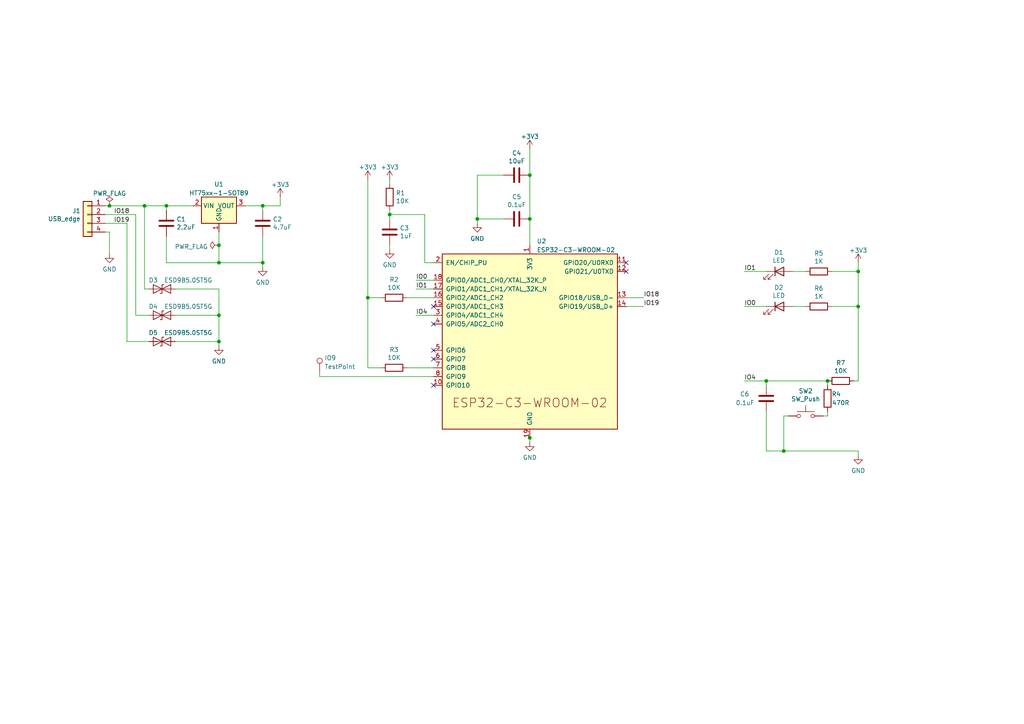
<source format=kicad_sch>
(kicad_sch (version 20211123) (generator eeschema)
  (paper "A4")
  (lib_symbols
    (symbol "Connector:TestPoint" (pin_numbers hide) (pin_names (offset 0.762) hide)
      (property "Reference" "TP" (at 0 6.858 0))
      (property "Value" "TestPoint" (at 0 5.08 0))
      (symbol "TestPoint_0_1"
        (circle (center 0 3.302) (radius 0.762))
      )
      (symbol "TestPoint_1_1"
        (pin passive line (at 0 0 90) (length 2.54) (name "1") (number "1"))
      )
    )
    (symbol "Connector_Generic:Conn_01x04" (pin_names (offset 1.016) hide)
      (property "Reference" "J" (at 0 5.08 0))
      (property "Value" "Conn_01x04" (at 0 -7.62 0))
      (symbol "Conn_01x04_1_1"
        (rectangle (start -1.27 -4.953) (end 0 -5.207) (stroke (width 0.1524)))
        (rectangle (start -1.27 -2.413) (end 0 -2.667) (stroke (width 0.1524)))
        (rectangle (start -1.27 0.127) (end 0 -0.127) (stroke (width 0.1524)))
        (rectangle (start -1.27 2.667) (end 0 2.413) (stroke (width 0.1524)))
        (rectangle (start -1.27 3.81) (end 1.27 -6.35) (stroke (width 0.254)) (fill (type background)))
        (pin passive line (at -5.08 2.54 0) (length 3.81) (name "Pin_1") (number "1"))
        (pin passive line (at -5.08 0 0) (length 3.81) (name "Pin_2") (number "2"))
        (pin passive line (at -5.08 -2.54 0) (length 3.81) (name "Pin_3") (number "3"))
        (pin passive line (at -5.08 -5.08 0) (length 3.81) (name "Pin_4") (number "4"))
      )
    )
    (symbol "Device:C" (pin_numbers hide) (pin_names (offset 0.254))
      (property "Reference" "C" (at 0.635 2.54 0))
      (property "Value" "C" (at 0.635 -2.54 0))
      (symbol "C_0_1"
        (polyline (pts (xy -2.032 -0.762) (xy 2.032 -0.762)) (stroke (width 0.508)))
        (polyline (pts (xy -2.032 0.762) (xy 2.032 0.762)) (stroke (width 0.508)))
      )
      (symbol "C_1_1"
        (pin passive line (at 0 3.81 270) (length 2.794) (name "~") (number "1"))
        (pin passive line (at 0 -3.81 90) (length 2.794) (name "~") (number "2"))
      )
    )
    (symbol "Device:LED" (pin_numbers hide) (pin_names (offset 1.016) hide)
      (property "Reference" "D" (at 0 2.54 0))
      (property "Value" "LED" (at 0 -2.54 0))
      (symbol "LED_0_1"
        (polyline (pts (xy -1.27 -1.27) (xy -1.27 1.27)) (stroke (width 0.254)))
        (polyline (pts (xy -1.27 0) (xy 1.27 0)))
        (polyline (pts (xy 1.27 -1.27) (xy 1.27 1.27) (xy -1.27 0) (xy 1.27 -1.27)) (stroke (width 0.254)))
        (polyline (pts (xy -3.048 -0.762) (xy -4.572 -2.286) (xy -3.81 -2.286) (xy -4.572 -2.286) (xy -4.572 -1.524)))
        (polyline (pts (xy -1.778 -0.762) (xy -3.302 -2.286) (xy -2.54 -2.286) (xy -3.302 -2.286) (xy -3.302 -1.524)))
      )
      (symbol "LED_1_1"
        (pin passive line (at -3.81 0 0) (length 2.54) (name "K") (number "1"))
        (pin passive line (at 3.81 0 180) (length 2.54) (name "A") (number "2"))
      )
    )
    (symbol "Device:R" (pin_numbers hide) (pin_names (offset 0))
      (property "Reference" "R" (at 2.032 0 90))
      (property "Value" "R" (at 0 0 90))
      (symbol "R_0_1"
        (rectangle (start -1.016 -2.54) (end 1.016 2.54) (stroke (width 0.254)))
      )
      (symbol "R_1_1"
        (pin passive line (at 0 3.81 270) (length 1.27) (name "~") (number "1"))
        (pin passive line (at 0 -3.81 90) (length 1.27) (name "~") (number "2"))
      )
    )
    (symbol "Diode:ESD9B5.0ST5G" (pin_numbers hide) (pin_names (offset 1.016) hide)
      (property "Reference" "D" (at 0 2.54 0))
      (property "Value" "ESD9B5.0ST5G" (at 0 -2.54 0))
      (symbol "ESD9B5.0ST5G_0_1"
        (polyline (pts (xy 1.27 0) (xy -1.27 0)))
        (polyline (pts (xy -2.54 -1.27) (xy 0 0) (xy -2.54 1.27) (xy -2.54 -1.27)) (stroke (width 0.2032)))
        (polyline (pts (xy 0.508 1.27) (xy 0 1.27) (xy 0 -1.27) (xy -0.508 -1.27)) (stroke (width 0.2032)))
        (polyline (pts (xy 2.54 1.27) (xy 2.54 -1.27) (xy 0 0) (xy 2.54 1.27)) (stroke (width 0.2032)))
      )
      (symbol "ESD9B5.0ST5G_1_1"
        (pin passive line (at -3.81 0 0) (length 2.54) (name "A1") (number "1"))
        (pin passive line (at 3.81 0 180) (length 2.54) (name "A2") (number "2"))
      )
    )
    (symbol "Espressif:ESP32-C3-WROOM-02" (pin_names (offset 1.016))
      (property "Reference" "U" (at -25.4 30.48 0))
      (property "Value" "ESP32-C3-WROOM-02" (at -25.4 27.94 0))
      (symbol "ESP32-C3-WROOM-02_0_0"
        (text "ESP32-C3-WROOM-02" (at 0 -17.78 0) (effects (font (size 2.54 2.54))))
      )
      (symbol "ESP32-C3-WROOM-02_0_1"
        (rectangle (start -25.4 25.4) (end 25.4 -25.4) (stroke (width 0.254)) (fill (type background)))
      )
      (symbol "ESP32-C3-WROOM-02_1_1"
        (pin power_in line (at 0 27.94 270) (length 2.54) (name "3V3") (number "1"))
        (pin bidirectional line (at -27.94 -12.7 0) (length 2.54) (name "GPIO10") (number "10"))
        (pin bidirectional line (at 27.94 22.86 180) (length 2.54) (name "GPIO20/U0RXD") (number "11"))
        (pin bidirectional line (at 27.94 20.32 180) (length 2.54) (name "GPIO21/U0TXD") (number "12"))
        (pin bidirectional line (at 27.94 12.7 180) (length 2.54) (name "GPIO18/USB_D-") (number "13"))
        (pin bidirectional line (at 27.94 10.16 180) (length 2.54) (name "GPIO19/USB_D+") (number "14"))
        (pin bidirectional line (at -27.94 10.16 0) (length 2.54) (name "GPIO3/ADC1_CH3") (number "15"))
        (pin bidirectional line (at -27.94 12.7 0) (length 2.54) (name "GPIO2/ADC1_CH2") (number "16"))
        (pin bidirectional line (at -27.94 15.24 0) (length 2.54) (name "GPIO1/ADC1_CH1/XTAL_32K_N") (number "17"))
        (pin bidirectional line (at -27.94 17.78 0) (length 2.54) (name "GPIO0/ADC1_CH0/XTAL_32K_P") (number "18"))
        (pin passive line (at 0 -27.94 90) (length 2.54) (name "GND") (number "19"))
        (pin input line (at -27.94 22.86 0) (length 2.54) (name "EN/CHIP_PU") (number "2"))
        (pin bidirectional line (at -27.94 7.62 0) (length 2.54) (name "GPIO4/ADC1_CH4") (number "3"))
        (pin bidirectional line (at -27.94 5.08 0) (length 2.54) (name "GPIO5/ADC2_CH0") (number "4"))
        (pin bidirectional line (at -27.94 -2.54 0) (length 2.54) (name "GPIO6") (number "5"))
        (pin bidirectional line (at -27.94 -5.08 0) (length 2.54) (name "GPIO7") (number "6"))
        (pin bidirectional line (at -27.94 -7.62 0) (length 2.54) (name "GPIO8") (number "7"))
        (pin bidirectional line (at -27.94 -10.16 0) (length 2.54) (name "GPIO9") (number "8"))
        (pin power_in line (at -0.0054 -27.94 90) (length 2.54) hide (name "GND") (number "9"))
      )
    )
    (symbol "Regulator_Linear:HT75xx-1-SOT89"
      (property "Reference" "U" (at -5.08 -3.81 0))
      (property "Value" "HT75xx-1-SOT89" (at 0 6.35 0))
      (symbol "HT75xx-1-SOT89_0_1"
        (rectangle (start -5.08 5.08) (end 5.08 -2.54) (stroke (width 0.254)) (fill (type background)))
      )
      (symbol "HT75xx-1-SOT89_1_1"
        (pin power_in line (at 0 -5.08 90) (length 2.54) (name "GND") (number "1"))
        (pin power_in line (at -7.62 2.54 0) (length 2.54) (name "VIN") (number "2"))
        (pin power_out line (at 7.62 2.54 180) (length 2.54) (name "VOUT") (number "3"))
      )
    )
    (symbol "Switch:SW_Push" (pin_numbers hide) (pin_names (offset 1.016) hide)
      (property "Reference" "SW" (at 1.27 2.54 0))
      (property "Value" "SW_Push" (at 0 -1.524 0))
      (symbol "SW_Push_0_1"
        (circle (center -2.032 0) (radius 0.508))
        (polyline (pts (xy 0 1.27) (xy 0 3.048)))
        (polyline (pts (xy 2.54 1.27) (xy -2.54 1.27)))
        (circle (center 2.032 0) (radius 0.508))
        (pin passive line (at -5.08 0 0) (length 2.54) (name "1") (number "1"))
        (pin passive line (at 5.08 0 180) (length 2.54) (name "2") (number "2"))
      )
    )
    (symbol "power:+3V3" (power) (pin_names (offset 0))
      (property "Value" "+3V3" (at 0 3.556 0))
      (symbol "+3V3_0_1"
        (polyline (pts (xy -0.762 1.27) (xy 0 2.54)))
        (polyline (pts (xy 0 0) (xy 0 2.54)))
        (polyline (pts (xy 0 2.54) (xy 0.762 1.27)))
      )
      (symbol "+3V3_1_1"
        (pin power_in line (at 0 0 90) (length 0) hide (name "+3V3") (number "1"))
      )
    )
    (symbol "power:GND" (power) (pin_names (offset 0))
      (property "Value" "GND" (at 0 -3.81 0))
      (symbol "GND_0_1"
        (polyline (pts (xy 0 0) (xy 0 -1.27) (xy 1.27 -1.27) (xy 0 -2.54) (xy -1.27 -1.27) (xy 0 -1.27)))
      )
      (symbol "GND_1_1"
        (pin power_in line (at 0 0 270) (length 0) hide (name "GND") (number "1"))
      )
    )
    (symbol "power:PWR_FLAG" (power) (pin_numbers hide) (pin_names (offset 0) hide)
      (property "Value" "PWR_FLAG" (at 0 3.81 0))
      (symbol "PWR_FLAG_0_0"
        (pin power_out line (at 0 0 90) (length 0) (name "pwr") (number "1"))
      )
      (symbol "PWR_FLAG_0_1"
        (polyline (pts (xy 0 0) (xy 0 1.27) (xy -1.016 1.905) (xy 0 2.54) (xy 1.016 1.905) (xy 0 1.27)))
      )
    )
  )
  (junction (at 153.67 50.8))
  (junction (at 248.92 88.9))
  (junction (at 106.68 86.36))
  (junction (at 153.6646 127))
  (junction (at 222.25 110.49))
  (junction (at 31.75 59.69))
  (junction (at 76.2 76.2))
  (junction (at 138.43 63.5))
  (junction (at 227.33 130.81))
  (junction (at 248.92 78.74))
  (junction (at 63.5 71.12))
  (junction (at 76.2 59.69))
  (junction (at 48.26 59.69))
  (junction (at 41.91 59.69))
  (junction (at 63.5 99.06))
  (junction (at 63.5 91.44))
  (junction (at 240.03 110.49))
  (junction (at 153.67 63.5))
  (junction (at 63.5 76.2))
  (junction (at 113.03 62.23))
  (no_connect (at 125.73 104.14))
  (no_connect (at 125.73 88.9))
  (no_connect (at 181.61 76.2))
  (no_connect (at 125.73 111.76))
  (no_connect (at 125.73 93.98))
  (no_connect (at 125.73 101.6))
  (no_connect (at 181.61 78.74))
  (wire (pts (xy 76.2 59.69) (xy 71.12 59.69)))
  (wire (pts (xy 153.67 127) (xy 153.67 128.27)))
  (wire (pts (xy 76.2 68.58) (xy 76.2 76.2)))
  (wire (pts (xy 63.5 83.82) (xy 63.5 91.44)))
  (wire (pts (xy 41.91 59.69) (xy 41.91 83.82)))
  (wire (pts (xy 30.48 67.31) (xy 31.75 67.31)))
  (wire (pts (xy 222.25 110.49) (xy 222.25 111.76)))
  (wire (pts (xy 240.03 119.38) (xy 240.03 120.65)))
  (wire (pts (xy 248.92 88.9) (xy 248.92 78.74)))
  (wire (pts (xy 63.5 67.31) (xy 63.5 71.12)))
  (wire (pts (xy 222.25 119.38) (xy 222.25 130.81)))
  (wire (pts (xy 248.92 76.2) (xy 248.92 78.74)))
  (wire (pts (xy 181.61 86.36) (xy 186.69 86.36)))
  (wire (pts (xy 113.03 60.96) (xy 113.03 62.23)))
  (wire (pts (xy 227.33 120.65) (xy 228.6 120.65)))
  (wire (pts (xy 36.83 64.77) (xy 36.83 99.06)))
  (wire (pts (xy 181.61 88.9) (xy 186.69 88.9)))
  (wire (pts (xy 43.18 91.44) (xy 39.37 91.44)))
  (wire (pts (xy 92.71 109.22) (xy 92.71 107.95)))
  (wire (pts (xy 43.18 83.82) (xy 41.91 83.82)))
  (wire (pts (xy 63.5 76.2) (xy 76.2 76.2)))
  (wire (pts (xy 36.83 99.06) (xy 43.18 99.06)))
  (wire (pts (xy 248.92 78.74) (xy 241.3 78.74)))
  (wire (pts (xy 113.03 52.07) (xy 113.03 53.34)))
  (wire (pts (xy 229.87 88.9) (xy 233.68 88.9)))
  (wire (pts (xy 118.11 86.36) (xy 125.73 86.36)))
  (wire (pts (xy 153.67 50.8) (xy 153.67 63.5)))
  (wire (pts (xy 240.03 120.65) (xy 238.76 120.65)))
  (wire (pts (xy 125.73 109.22) (xy 92.71 109.22)))
  (wire (pts (xy 106.68 52.07) (xy 106.68 86.36)))
  (wire (pts (xy 227.33 120.65) (xy 227.33 130.81)))
  (wire (pts (xy 138.43 50.8) (xy 138.43 63.5)))
  (wire (pts (xy 76.2 60.96) (xy 76.2 59.69)))
  (wire (pts (xy 138.43 63.5) (xy 138.43 64.77)))
  (wire (pts (xy 222.25 78.74) (xy 215.9 78.74)))
  (wire (pts (xy 39.37 91.44) (xy 39.37 62.23)))
  (wire (pts (xy 248.92 130.81) (xy 248.92 132.08)))
  (wire (pts (xy 48.26 68.58) (xy 48.26 76.2)))
  (wire (pts (xy 63.5 71.12) (xy 63.5 76.2)))
  (wire (pts (xy 233.68 78.74) (xy 229.87 78.74)))
  (wire (pts (xy 123.19 62.23) (xy 113.03 62.23)))
  (wire (pts (xy 31.75 59.69) (xy 41.91 59.69)))
  (wire (pts (xy 125.73 76.2) (xy 123.19 76.2)))
  (wire (pts (xy 153.67 43.18) (xy 153.67 50.8)))
  (wire (pts (xy 30.48 59.69) (xy 31.75 59.69)))
  (wire (pts (xy 222.25 110.49) (xy 240.03 110.49)))
  (wire (pts (xy 118.11 106.68) (xy 125.73 106.68)))
  (wire (pts (xy 215.9 88.9) (xy 222.25 88.9)))
  (wire (pts (xy 120.65 81.28) (xy 125.73 81.28)))
  (wire (pts (xy 48.26 59.69) (xy 55.88 59.69)))
  (wire (pts (xy 76.2 76.2) (xy 76.2 77.47)))
  (wire (pts (xy 113.03 62.23) (xy 113.03 63.5)))
  (wire (pts (xy 110.49 86.36) (xy 106.68 86.36)))
  (wire (pts (xy 146.05 63.5) (xy 138.43 63.5)))
  (wire (pts (xy 81.28 57.15) (xy 81.28 59.69)))
  (wire (pts (xy 248.92 110.49) (xy 247.65 110.49)))
  (wire (pts (xy 241.3 88.9) (xy 248.92 88.9)))
  (wire (pts (xy 120.65 83.82) (xy 125.73 83.82)))
  (wire (pts (xy 50.8 99.06) (xy 63.5 99.06)))
  (wire (pts (xy 110.49 106.68) (xy 106.68 106.68)))
  (wire (pts (xy 30.48 64.77) (xy 36.83 64.77)))
  (wire (pts (xy 146.05 50.8) (xy 138.43 50.8)))
  (wire (pts (xy 48.26 59.69) (xy 48.26 60.96)))
  (wire (pts (xy 106.68 86.36) (xy 106.68 106.68)))
  (wire (pts (xy 41.91 59.69) (xy 48.26 59.69)))
  (wire (pts (xy 227.33 130.81) (xy 222.25 130.81)))
  (wire (pts (xy 50.8 91.44) (xy 63.5 91.44)))
  (wire (pts (xy 31.75 67.31) (xy 31.75 73.66)))
  (wire (pts (xy 248.92 88.9) (xy 248.92 110.49)))
  (wire (pts (xy 63.5 99.06) (xy 63.5 100.33)))
  (wire (pts (xy 81.28 59.69) (xy 76.2 59.69)))
  (wire (pts (xy 48.26 76.2) (xy 63.5 76.2)))
  (wire (pts (xy 113.03 71.12) (xy 113.03 72.39)))
  (wire (pts (xy 50.8 83.82) (xy 63.5 83.82)))
  (wire (pts (xy 123.19 76.2) (xy 123.19 62.23)))
  (wire (pts (xy 215.9 110.49) (xy 222.25 110.49)))
  (wire (pts (xy 30.48 62.23) (xy 39.37 62.23)))
  (wire (pts (xy 120.65 91.44) (xy 125.73 91.44)))
  (wire (pts (xy 240.03 110.49) (xy 240.03 111.76)))
  (wire (pts (xy 153.67 63.5) (xy 153.67 71.12)))
  (wire (pts (xy 227.33 130.81) (xy 248.92 130.81)))
  (wire (pts (xy 63.5 91.44) (xy 63.5 99.06)))
  (label "IO19" (at 33.02 64.77 0))
  (label "IO18" (at 33.02 62.23 0))
  (label "IO1" (at 120.65 83.82 0))
  (label "IO4" (at 120.65 91.44 0))
  (label "IO18" (at 186.69 86.36 0))
  (label "IO0" (at 120.65 81.28 0))
  (label "IO1" (at 215.9 78.74 0))
  (label "IO4" (at 215.9 110.49 0))
  (label "IO19" (at 186.69 88.9 0))
  (label "IO0" (at 215.9 88.9 0))
  (symbol (lib_id "Device:C") (at 76.2 64.77 0) (unit 1)
    (property "Reference" "C2" (at 79.121 63.6016 0) (effects (justify left)))
    (property "Value" "4.7uF" (at 79.121 65.913 0) (effects (justify left)))
    (property "Footprint" "Capacitor_SMD:C_0805_2012Metric_Pad1.15x1.40mm_HandSolder" (effects hide))
  )
  (symbol (lib_id "Device:C") (at 48.26 64.77 0) (unit 1)
    (property "Reference" "C1" (at 51.181 63.6016 0) (effects (justify left)))
    (property "Value" "2.2uF" (at 51.181 65.913 0) (effects (justify left)))
    (property "Footprint" "Capacitor_SMD:C_0805_2012Metric_Pad1.15x1.40mm_HandSolder" (effects hide))
  )
  (symbol (lib_id "Device:LED") (at 226.06 78.74 0) (unit 1)
    (property "Reference" "D1" (at 225.8822 73.2282 0))
    (property "Value" "LED" (at 225.8822 75.5396 0))
    (property "Footprint" "LED_SMD:LED_0805_2012Metric_Pad1.15x1.40mm_HandSolder" (effects hide))
  )
  (symbol (lib_id "Device:LED") (at 226.06 88.9 0) (unit 1)
    (property "Reference" "D2" (at 225.8822 83.3882 0))
    (property "Value" "LED" (at 225.8822 85.6996 0))
    (property "Footprint" "LED_SMD:LED_0805_2012Metric_Pad1.15x1.40mm_HandSolder" (effects hide))
  )
  (symbol (lib_id "Device:R") (at 237.49 78.74 270) (unit 1)
    (property "Reference" "R5" (at 237.49 73.4822 90))
    (property "Value" "1K" (at 237.49 75.7936 90))
    (property "Footprint" "Resistor_SMD:R_0402_1005Metric" (effects hide))
  )
  (symbol (lib_id "Device:R") (at 237.49 88.9 270) (unit 1)
    (property "Reference" "R6" (at 237.49 83.6422 90))
    (property "Value" "1K" (at 237.49 85.9536 90))
    (property "Footprint" "Resistor_SMD:R_0402_1005Metric" (effects hide))
  )
  (symbol (lib_id "Device:R") (at 113.03 57.15 0) (unit 1)
    (property "Reference" "R1" (at 114.808 55.9816 0) (effects (justify left)))
    (property "Value" "10K" (at 114.808 58.293 0) (effects (justify left)))
    (property "Footprint" "Resistor_SMD:R_0402_1005Metric" (effects hide))
  )
  (symbol (lib_id "Device:C") (at 113.03 67.31 0) (unit 1)
    (property "Reference" "C3" (at 115.951 66.1416 0) (effects (justify left)))
    (property "Value" "1uF" (at 115.951 68.453 0) (effects (justify left)))
    (property "Footprint" "Capacitor_SMD:C_0603_1608Metric_Pad1.05x0.95mm_HandSolder" (effects hide))
  )
  (symbol (lib_id "Device:R") (at 114.3 86.36 270) (unit 1)
    (property "Reference" "R2" (at 114.3 81.1022 90))
    (property "Value" "10K" (at 114.3 83.4136 90))
    (property "Footprint" "Resistor_SMD:R_0402_1005Metric" (effects hide))
  )
  (symbol (lib_id "Device:R") (at 114.3 106.68 270) (unit 1)
    (property "Reference" "R3" (at 114.3 101.4222 90))
    (property "Value" "10K" (at 114.3 103.7336 90))
    (property "Footprint" "Resistor_SMD:R_0402_1005Metric" (effects hide))
  )
  (symbol (lib_id "Device:C") (at 149.86 63.5 270) (unit 1)
    (property "Reference" "C5" (at 149.86 57.0992 90))
    (property "Value" "0.1uF" (at 149.86 59.4106 90))
    (property "Footprint" "Capacitor_SMD:C_0402_1005Metric" (effects hide))
  )
  (symbol (lib_id "Device:C") (at 149.86 50.8 270) (unit 1)
    (property "Reference" "C4" (at 149.86 44.3992 90))
    (property "Value" "10uF" (at 149.86 46.7106 90))
    (property "Footprint" "Capacitor_SMD:C_0805_2012Metric_Pad1.15x1.40mm_HandSolder" (effects hide))
  )
  (symbol (lib_id "Device:R") (at 243.84 110.49 270) (unit 1)
    (property "Reference" "R7" (at 243.84 105.2322 90))
    (property "Value" "10K" (at 243.84 107.5436 90))
    (property "Footprint" "Resistor_SMD:R_0402_1005Metric" (effects hide))
  )
  (symbol (lib_id "Switch:SW_Push") (at 233.68 120.65 0) (unit 1)
    (property "Reference" "SW2" (at 233.68 113.411 0))
    (property "Value" "SW_Push" (at 233.68 115.7224 0))
    (property "Footprint" "Button_Switch_THT:SW_PUSH_6mm" (effects hide))
  )
  (symbol (lib_id "Device:R") (at 240.03 115.57 0) (unit 1)
    (property "Reference" "R4" (at 242.57 114.3 0))
    (property "Value" "470R" (at 243.84 116.84 0))
    (property "Footprint" "Resistor_SMD:R_0402_1005Metric" (effects hide))
  )
  (symbol (lib_id "Device:C") (at 222.25 115.57 0) (unit 1)
    (property "Reference" "C6" (at 214.63 114.3 0) (effects (justify left)))
    (property "Value" "0.1uF" (at 213.36 116.84 0) (effects (justify left)))
    (property "Footprint" "Capacitor_SMD:C_0402_1005Metric" (effects hide))
  )
  (symbol (lib_id "Connector_Generic:Conn_01x04") (at 25.4 62.23 0) (mirror y) (unit 1)
    (property "Reference" "J1" (at 23.368 61.1632 0) (effects (justify left)))
    (property "Value" "USB_edge" (at 23.368 63.4746 0) (effects (justify left)))
    (property "Footprint" "Connector_USB:USB_A_CNCTech_1001-011-01101_Horizontal" (effects hide))
  )
  (symbol (lib_id "Espressif:ESP32-C3-WROOM-02") (at 153.67 99.06 0) (unit 1)
    (property "Reference" "U2" (at 155.6894 69.9602 0) (effects (justify left)))
    (property "Value" "ESP32-C3-WROOM-02" (at 155.6894 72.4971 0) (effects (justify left)))
    (property "Footprint" "Espressif:ESP32-C3-WROOM-02U" (effects hide))
    (property "Datasheet" "https://www.espressif.com/sites/default/files/documentation/esp32-c3-wroom-02_datasheet_en.pdf" (effects hide))
  )
  (symbol (lib_id "power:+3V3") (at 81.28 57.15 0) (unit 1)
    (property "Reference" "#PWR0102" (effects hide))
    (property "Value" "+3V3" (at 81.28 53.5742 0))
  )
  (symbol (lib_id "power:+3V3") (at 153.67 43.18 0) (unit 1)
    (property "Reference" "#PWR0104" (effects hide))
    (property "Value" "+3V3" (at 153.67 39.6042 0))
  )
  (symbol (lib_id "Regulator_Linear:HT75xx-1-SOT89") (at 63.5 62.23 0) (unit 1)
    (property "Reference" "U1" (at 63.5 53.4502 0))
    (property "Value" "HT75xx-1-SOT89" (at 63.5 55.9871 0))
    (property "Footprint" "Package_TO_SOT_SMD:SOT-89-3" (effects hide))
    (property "Datasheet" "https://www.holtek.com/documents/10179/116711/HT75xx-1v250.pdf" (effects hide))
  )
  (symbol (lib_id "power:+3V3") (at 248.92 76.2 0) (unit 1)
    (property "Reference" "#PWR0103" (effects hide))
    (property "Value" "+3V3" (at 248.92 72.6242 0))
  )
  (symbol (lib_id "power:GND") (at 153.67 128.27 0) (unit 1)
    (property "Reference" "#PWR0106" (effects hide))
    (property "Value" "GND" (at 153.67 132.7134 0))
  )
  (symbol (lib_id "Connector:TestPoint") (at 92.71 107.95 0) (unit 1)
    (property "Reference" "IO9" (at 94.107 103.8133 0) (effects (justify left)))
    (property "Value" "TestPoint" (at 94.107 106.3502 0) (effects (justify left)))
    (property "Footprint" "TestPoint:TestPoint_Loop_D1.80mm_Drill1.0mm_Beaded" (effects hide))
  )
  (symbol (lib_id "power:PWR_FLAG") (at 63.5 71.12 90) (unit 1)
    (property "Reference" "#FLG0102" (effects hide))
    (property "Value" "PWR_FLAG" (at 60.3251 71.5538 90) (effects (justify left)))
  )
  (symbol (lib_id "power:GND") (at 138.43 64.77 0) (unit 1)
    (property "Reference" "#PWR0107" (effects hide))
    (property "Value" "GND" (at 138.43 69.2134 0))
  )
  (symbol (lib_id "power:GND") (at 248.92 132.08 0) (unit 1)
    (property "Reference" "#PWR0111" (effects hide))
    (property "Value" "GND" (at 248.92 136.5234 0))
  )
  (symbol (lib_id "power:PWR_FLAG") (at 31.75 59.69 0) (unit 1)
    (property "Reference" "#FLG0101" (effects hide))
    (property "Value" "PWR_FLAG" (at 31.75 56.1142 0))
  )
  (symbol (lib_id "power:GND") (at 31.75 73.66 0) (unit 1)
    (property "Reference" "#PWR0109" (effects hide))
    (property "Value" "GND" (at 31.75 78.1034 0))
  )
  (symbol (lib_id "Diode:ESD9B5.0ST5G") (at 46.99 91.44 0) (unit 1)
    (property "Reference" "D4" (at 44.45 88.9 0))
    (property "Value" "ESD9B5.0ST5G" (at 54.61 88.9 0))
    (property "Footprint" "Diode_SMD:D_SOD-923" (effects hide))
    (property "Datasheet" "https://www.onsemi.com/pub/Collateral/ESD9B-D.PDF" (effects hide))
  )
  (symbol (lib_id "power:+3V3") (at 113.03 52.07 0) (unit 1)
    (property "Reference" "#PWR01" (effects hide))
    (property "Value" "+3V3" (at 113.03 48.4942 0))
  )
  (symbol (lib_id "Diode:ESD9B5.0ST5G") (at 46.99 99.06 0) (unit 1)
    (property "Reference" "D5" (at 44.45 96.52 0))
    (property "Value" "ESD9B5.0ST5G" (at 54.61 96.52 0))
    (property "Footprint" "Diode_SMD:D_SOD-923" (effects hide))
    (property "Datasheet" "https://www.onsemi.com/pub/Collateral/ESD9B-D.PDF" (effects hide))
  )
  (symbol (lib_id "power:+3V3") (at 106.68 52.07 0) (unit 1)
    (property "Reference" "#PWR0101" (effects hide))
    (property "Value" "+3V3" (at 106.68 48.4942 0))
  )
  (symbol (lib_id "Diode:ESD9B5.0ST5G") (at 46.99 83.82 0) (unit 1)
    (property "Reference" "D3" (at 44.45 81.28 0))
    (property "Value" "ESD9B5.0ST5G" (at 54.61 81.28 0))
    (property "Footprint" "Diode_SMD:D_SOD-923" (effects hide))
    (property "Datasheet" "https://www.onsemi.com/pub/Collateral/ESD9B-D.PDF" (effects hide))
  )
  (symbol (lib_id "power:GND") (at 113.03 72.39 0) (unit 1)
    (property "Reference" "#PWR0105" (effects hide))
    (property "Value" "GND" (at 113.03 76.8334 0))
  )
  (symbol (lib_id "power:GND") (at 76.2 77.47 0) (unit 1)
    (property "Reference" "#PWR0108" (effects hide))
    (property "Value" "GND" (at 76.2 81.9134 0))
  )
  (symbol (lib_id "power:GND") (at 63.5 100.33 0) (unit 1)
    (property "Reference" "#PWR0110" (effects hide))
    (property "Value" "GND" (at 63.5 104.7734 0))
  )
)
</source>
